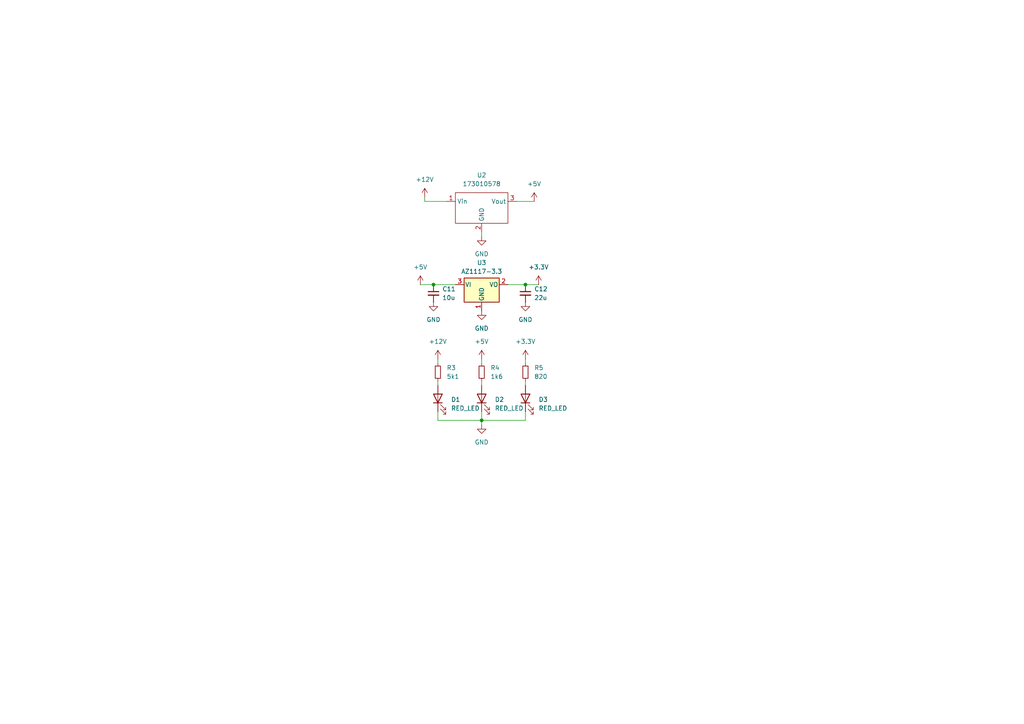
<source format=kicad_sch>
(kicad_sch (version 20250114) (generator "eeschema") (generator_version "9.0")
  (paper "A4")
  (lib_symbols
    (symbol "+5V_1" (power) (pin_numbers (hide yes)) (pin_names (offset 0) (hide yes))
      (property "Value" "+5V" (at 0 3.556 0))
      (symbol "+5V_1_0_1"
        (polyline (pts (xy -0.762 1.27) (xy 0 2.54)))
        (polyline (pts (xy 0 2.54) (xy 0.762 1.27)))
        (polyline (pts (xy 0 0) (xy 0 2.54)))
      )
      (symbol "+5V_1_1_1"
        (pin power_in line (at 0 0 90) (length 0) (name "~") (number "1"))
      )
    )
    (symbol "+5V_2" (power) (pin_numbers (hide yes)) (pin_names (offset 0) (hide yes))
      (property "Value" "+5V" (at 0 3.556 0))
      (symbol "+5V_2_0_1"
        (polyline (pts (xy -0.762 1.27) (xy 0 2.54)))
        (polyline (pts (xy 0 2.54) (xy 0.762 1.27)))
        (polyline (pts (xy 0 0) (xy 0 2.54)))
      )
      (symbol "+5V_2_1_1"
        (pin power_in line (at 0 0 90) (length 0) (name "~") (number "1"))
      )
    )
    (symbol "173010542_1"
      (property "Reference" "U" (at -5.842 5.334 0))
      (property "Value" "173010542" (at 0 0 0))
      (symbol "173010542_1_1_1"
        (rectangle (start -7.62 3.81) (end 7.62 -5.08))
        (pin power_in line (at -10.16 1.27 0) (length 2.54) (name "Vin") (number "1"))
        (pin power_in line (at 0 -7.62 90) (length 2.54) (name "GND") (number "2"))
        (pin power_out line (at 10.16 1.27 180) (length 2.54) (name "Vout") (number "3"))
      )
    )
    (symbol "Device:C_Small" (pin_numbers (hide yes)) (pin_names (offset 0.254) (hide yes))
      (property "Reference" "C" (at 0.254 1.778 0))
      (property "Value" "C_Small" (at 0.254 -2.032 0))
      (symbol "C_Small_0_1"
        (polyline (pts (xy -1.524 0.508) (xy 1.524 0.508)) (stroke (width 0.3048)))
        (polyline (pts (xy -1.524 -0.508) (xy 1.524 -0.508)) (stroke (width 0.3302)))
      )
      (symbol "C_Small_1_1"
        (pin passive line (at 0 2.54 270) (length 2.032) (name "~") (number "1"))
        (pin passive line (at 0 -2.54 90) (length 2.032) (name "~") (number "2"))
      )
    )
    (symbol "Device:R_Small" (pin_numbers (hide yes)) (pin_names (offset 0.254) (hide yes))
      (property "Reference" "R" (at 0.762 0.508 0))
      (property "Value" "R_Small" (at 0.762 -1.016 0))
      (symbol "R_Small_0_1"
        (rectangle (start -0.762 1.778) (end 0.762 -1.778) (stroke (width 0.2032)))
      )
      (symbol "R_Small_1_1"
        (pin passive line (at 0 2.54 270) (length 0.762) (name "~") (number "1"))
        (pin passive line (at 0 -2.54 90) (length 0.762) (name "~") (number "2"))
      )
    )
    (symbol "GND_1" (power) (pin_numbers (hide yes)) (pin_names (offset 0) (hide yes))
      (property "Value" "GND" (at 0 -3.81 0))
      (symbol "GND_1_0_1"
        (polyline (pts (xy 0 0) (xy 0 -1.27) (xy 1.27 -1.27) (xy 0 -2.54) (xy -1.27 -1.27) (xy 0 -1.27)))
      )
      (symbol "GND_1_1_1"
        (pin power_in line (at 0 0 270) (length 0) (name "~") (number "1"))
      )
    )
    (symbol "GND_2" (power) (pin_numbers (hide yes)) (pin_names (offset 0) (hide yes))
      (property "Value" "GND" (at 0 -3.81 0))
      (symbol "GND_2_0_1"
        (polyline (pts (xy 0 0) (xy 0 -1.27) (xy 1.27 -1.27) (xy 0 -2.54) (xy -1.27 -1.27) (xy 0 -1.27)))
      )
      (symbol "GND_2_1_1"
        (pin power_in line (at 0 0 270) (length 0) (name "~") (number "1"))
      )
    )
    (symbol "GND_3" (power) (pin_numbers (hide yes)) (pin_names (offset 0) (hide yes))
      (property "Value" "GND" (at 0 -3.81 0))
      (symbol "GND_3_0_1"
        (polyline (pts (xy 0 0) (xy 0 -1.27) (xy 1.27 -1.27) (xy 0 -2.54) (xy -1.27 -1.27) (xy 0 -1.27)))
      )
      (symbol "GND_3_1_1"
        (pin power_in line (at 0 0 270) (length 0) (name "~") (number "1"))
      )
    )
    (symbol "GND_4" (power) (pin_numbers (hide yes)) (pin_names (offset 0) (hide yes))
      (property "Value" "GND" (at 0 -3.81 0))
      (symbol "GND_4_0_1"
        (polyline (pts (xy 0 0) (xy 0 -1.27) (xy 1.27 -1.27) (xy 0 -2.54) (xy -1.27 -1.27) (xy 0 -1.27)))
      )
      (symbol "GND_4_1_1"
        (pin power_in line (at 0 0 270) (length 0) (name "~") (number "1"))
      )
    )
    (symbol "LED_1" (pin_numbers (hide yes)) (pin_names (offset 1.016) (hide yes))
      (property "Reference" "D" (at 0 2.54 0))
      (property "Value" "LED" (at 0 -2.54 0))
      (symbol "LED_1_0_1"
        (polyline (pts (xy -3.048 -0.762) (xy -4.572 -2.286) (xy -3.81 -2.286) (xy -4.572 -2.286) (xy -4.572 -1.524)))
        (polyline (pts (xy -1.778 -0.762) (xy -3.302 -2.286) (xy -2.54 -2.286) (xy -3.302 -2.286) (xy -3.302 -1.524)))
        (polyline (pts (xy -1.27 0) (xy 1.27 0)))
        (polyline (pts (xy -1.27 -1.27) (xy -1.27 1.27)) (stroke (width 0.254)))
        (polyline (pts (xy 1.27 -1.27) (xy 1.27 1.27) (xy -1.27 0) (xy 1.27 -1.27)) (stroke (width 0.254)))
      )
      (symbol "LED_1_1_1"
        (pin passive line (at -3.81 0 0) (length 2.54) (name "K") (number "1"))
        (pin passive line (at 3.81 0 180) (length 2.54) (name "A") (number "2"))
      )
    )
    (symbol "Regulator_Linear:AZ1117-3.3" (pin_names (offset 0.254))
      (property "Reference" "U" (at -3.81 3.175 0))
      (property "Value" "AZ1117-3.3" (at 0 3.175 0))
      (symbol "AZ1117-3.3_0_1"
        (rectangle (start -5.08 1.905) (end 5.08 -5.08) (stroke (width 0.254)) (fill (type background)))
      )
      (symbol "AZ1117-3.3_1_1"
        (pin power_in line (at -7.62 0 0) (length 2.54) (name "VI") (number "3"))
        (pin power_in line (at 0 -7.62 90) (length 2.54) (name "GND") (number "1"))
        (pin power_out line (at 7.62 0 180) (length 2.54) (name "VO") (number "2"))
      )
    )
    (symbol "power:+12V" (power) (pin_numbers (hide yes)) (pin_names (offset 0) (hide yes))
      (property "Value" "+12V" (at 0 3.556 0))
      (symbol "+12V_0_1"
        (polyline (pts (xy -0.762 1.27) (xy 0 2.54)))
        (polyline (pts (xy 0 2.54) (xy 0.762 1.27)))
        (polyline (pts (xy 0 0) (xy 0 2.54)))
      )
      (symbol "+12V_1_1"
        (pin power_in line (at 0 0 90) (length 0) (name "~") (number "1"))
      )
    )
    (symbol "power:+3.3V" (power) (pin_numbers (hide yes)) (pin_names (offset 0) (hide yes))
      (property "Value" "+3.3V" (at 0 3.556 0))
      (symbol "+3.3V_0_1"
        (polyline (pts (xy -0.762 1.27) (xy 0 2.54)))
        (polyline (pts (xy 0 2.54) (xy 0.762 1.27)))
        (polyline (pts (xy 0 0) (xy 0 2.54)))
      )
      (symbol "+3.3V_1_1"
        (pin power_in line (at 0 0 90) (length 0) (name "~") (number "1"))
      )
    )
    (symbol "power:+5V" (power) (pin_numbers (hide yes)) (pin_names (offset 0) (hide yes))
      (property "Value" "+5V" (at 0 3.556 0))
      (symbol "+5V_0_1"
        (polyline (pts (xy -0.762 1.27) (xy 0 2.54)))
        (polyline (pts (xy 0 2.54) (xy 0.762 1.27)))
        (polyline (pts (xy 0 0) (xy 0 2.54)))
      )
      (symbol "+5V_1_1"
        (pin power_in line (at 0 0 90) (length 0) (name "~") (number "1"))
      )
    )
    (symbol "power:GND" (power) (pin_numbers (hide yes)) (pin_names (offset 0) (hide yes))
      (property "Value" "GND" (at 0 -3.81 0))
      (symbol "GND_0_1"
        (polyline (pts (xy 0 0) (xy 0 -1.27) (xy 1.27 -1.27) (xy 0 -2.54) (xy -1.27 -1.27) (xy 0 -1.27)))
      )
      (symbol "GND_1_1"
        (pin power_in line (at 0 0 270) (length 0) (name "~") (number "1"))
      )
    )
  )
  (junction (at 125.73 82.55))
  (junction (at 152.4 82.55))
  (junction (at 139.7 121.92))
  (wire (pts (xy 139.7 68.58) (xy 139.7 67.31)))
  (wire (pts (xy 121.92 82.55) (xy 125.73 82.55)))
  (wire (pts (xy 125.73 82.55) (xy 132.08 82.55)))
  (wire (pts (xy 123.19 58.42) (xy 129.54 58.42)))
  (wire (pts (xy 152.4 119.38) (xy 152.4 121.92)))
  (wire (pts (xy 139.7 121.92) (xy 127 121.92)))
  (wire (pts (xy 127 104.14) (xy 127 105.41)))
  (wire (pts (xy 139.7 119.38) (xy 139.7 121.92)))
  (wire (pts (xy 139.7 121.92) (xy 152.4 121.92)))
  (wire (pts (xy 152.4 82.55) (xy 156.21 82.55)))
  (wire (pts (xy 152.4 104.14) (xy 152.4 105.41)))
  (wire (pts (xy 123.19 57.15) (xy 123.19 58.42)))
  (wire (pts (xy 139.7 110.49) (xy 139.7 111.76)))
  (wire (pts (xy 152.4 110.49) (xy 152.4 111.76)))
  (wire (pts (xy 139.7 123.19) (xy 139.7 121.92)))
  (wire (pts (xy 147.32 82.55) (xy 152.4 82.55)))
  (wire (pts (xy 149.86 58.42) (xy 154.94 58.42)))
  (wire (pts (xy 127 110.49) (xy 127 111.76)))
  (wire (pts (xy 127 121.92) (xy 127 119.38)))
  (wire (pts (xy 139.7 104.14) (xy 139.7 105.41)))
  (symbol (lib_name "GND_1") (lib_id "power:GND") (at 139.7 68.58 0) (unit 1)
    (property "Reference" "#PWR072" (effects (hide yes)))
    (property "Value" "GND" (at 139.7 73.66 0))
    (property "Description" "Power symbol creates a global label with name \"GND\" , ground" (effects (hide yes)))
  )
  (symbol (lib_id "power:+5V") (at 139.7 104.14 0) (unit 1)
    (property "Reference" "#PWR074" (effects (hide yes)))
    (property "Value" "+5V" (at 139.7 99.06 0))
    (property "Description" "Power symbol creates a global label with name \"+5V\"" (effects (hide yes)))
  )
  (symbol (lib_id "Device:C_Small") (at 152.4 85.09 0) (unit 1)
    (property "Reference" "C12" (at 154.94 83.8263 0) (effects (justify left)))
    (property "Value" "22u" (at 154.94 86.3663 0) (effects (justify left)))
    (property "Footprint" "Capacitor_SMD:C_Elec_5x5.4" (effects (hide yes)))
  )
  (symbol (lib_id "Device:R_Small") (at 127 107.95 0) (unit 1)
    (property "Reference" "R3" (at 129.54 106.6799 0) (effects (justify left)))
    (property "Value" "5k1" (at 129.54 109.2199 0) (effects (justify left)))
    (property "Footprint" "Resistor_SMD:R_0402_1005Metric" (effects (hide yes)))
    (property "Description" "Resistor, small symbol" (effects (hide yes)))
  )
  (symbol (lib_id "Device:R_Small") (at 152.4 107.95 0) (unit 1)
    (property "Reference" "R5" (at 154.94 106.6799 0) (effects (justify left)))
    (property "Value" "820" (at 154.94 109.2199 0) (effects (justify left)))
    (property "Footprint" "Resistor_SMD:R_0402_1005Metric" (effects (hide yes)))
    (property "Description" "Resistor, small symbol" (effects (hide yes)))
  )
  (symbol (lib_id "power:GND") (at 139.7 123.19 0) (unit 1)
    (property "Reference" "#PWR075" (effects (hide yes)))
    (property "Value" "GND" (at 139.7 128.27 0))
    (property "Description" "Power symbol creates a global label with name \"GND\" , ground" (effects (hide yes)))
  )
  (symbol (lib_name "+5V_2") (lib_id "power:+5V") (at 121.92 82.55 0) (unit 1)
    (property "Reference" "#PWR068" (effects (hide yes)))
    (property "Value" "+5V" (at 121.92 77.47 0))
    (property "Description" "Power symbol creates a global label with name \"+5V\"" (effects (hide yes)))
  )
  (symbol (lib_name "GND_2") (lib_id "power:GND") (at 152.4 87.63 0) (unit 1)
    (property "Reference" "#PWR076" (effects (hide yes)))
    (property "Value" "GND" (at 152.4 92.71 0))
    (property "Description" "Power symbol creates a global label with name \"GND\" , ground" (effects (hide yes)))
  )
  (symbol (lib_name "GND_4") (lib_id "power:GND") (at 125.73 87.63 0) (unit 1)
    (property "Reference" "#PWR070" (effects (hide yes)))
    (property "Value" "GND" (at 125.73 92.71 0))
    (property "Description" "Power symbol creates a global label with name \"GND\" , ground" (effects (hide yes)))
  )
  (symbol (lib_name "GND_3") (lib_id "power:GND") (at 139.7 90.17 0) (unit 1)
    (property "Reference" "#PWR073" (effects (hide yes)))
    (property "Value" "GND" (at 139.7 95.25 0))
    (property "Description" "Power symbol creates a global label with name \"GND\" , ground" (effects (hide yes)))
  )
  (symbol (lib_id "power:+3.3V") (at 156.21 82.55 0) (unit 1)
    (property "Reference" "#PWR079" (effects (hide yes)))
    (property "Value" "+3.3V" (at 156.21 77.47 0))
  )
  (symbol (lib_name "LED_1") (lib_id "Device:LED") (at 127 115.57 90) (unit 1)
    (property "Reference" "D1" (at 130.81 115.8874 90) (effects (justify right)))
    (property "Value" "RED_LED" (at 130.81 118.4274 90) (effects (justify right)))
    (property "Footprint" "LED_SMD:LED_0603_1608Metric" (effects (hide yes)))
    (property "Datasheet" "https://www.we-online.com/components/products/datasheet/150060RS55040.pdf" (effects (hide yes)))
    (property "Description" "Light emitting diode" (effects (hide yes)))
    (property "Sim.Pins" "1=K 2=A" (effects (hide yes)))
    (property "MPN" "150060RS55040" (effects (hide yes)))
  )
  (symbol (lib_name "LED_1") (lib_id "Device:LED") (at 152.4 115.57 90) (unit 1)
    (property "Reference" "D3" (at 156.21 115.8874 90) (effects (justify right)))
    (property "Value" "RED_LED" (at 156.21 118.4274 90) (effects (justify right)))
    (property "Footprint" "LED_SMD:LED_0603_1608Metric" (effects (hide yes)))
    (property "Datasheet" "https://www.we-online.com/components/products/datasheet/150060RS55040.pdf" (effects (hide yes)))
    (property "Description" "Light emitting diode" (effects (hide yes)))
    (property "Sim.Pins" "1=K 2=A" (effects (hide yes)))
    (property "MPN" "150060RS55040" (effects (hide yes)))
  )
  (symbol (lib_name "+5V_1") (lib_id "power:+5V") (at 154.94 58.42 0) (unit 1)
    (property "Reference" "#PWR078" (effects (hide yes)))
    (property "Value" "+5V" (at 154.94 53.34 0))
    (property "Description" "Power symbol creates a global label with name \"+5V\"" (effects (hide yes)))
  )
  (symbol (lib_id "Device:C_Small") (at 125.73 85.09 0) (unit 1)
    (property "Reference" "C11" (at 128.27 83.8263 0) (effects (justify left)))
    (property "Value" "10u" (at 128.27 86.3663 0) (effects (justify left)))
    (property "Footprint" "Capacitor_SMD:C_0603_1608Metric" (effects (hide yes)))
  )
  (symbol (lib_id "power:+3.3V") (at 152.4 104.14 0) (unit 1)
    (property "Reference" "#PWR077" (effects (hide yes)))
    (property "Value" "+3.3V" (at 152.4 99.06 0))
  )
  (symbol (lib_id "Regulator_Linear:AZ1117-3.3") (at 139.7 82.55 0) (unit 1)
    (property "Reference" "U3" (at 139.7 76.2 0))
    (property "Value" "AZ1117-3.3" (at 139.7 78.74 0))
    (property "Footprint" "Package_TO_SOT_SMD:SOT-223-3_TabPin2" (effects (hide yes)))
    (property "Datasheet" "https://www.diodes.com/assets/Datasheets/AZ1117.pdf" (effects (hide yes)))
    (property "MPN" "AZ1117CH2-3.3TRG1" (effects (hide yes)))
  )
  (symbol (lib_name "173010542_1") (lib_id "mylib:173010542") (at 139.7 59.69 0) (unit 1)
    (property "Reference" "U2" (at 139.7 50.8 0))
    (property "Value" "173010578" (at 139.7 53.34 0))
    (property "Footprint" "Library:173010542" (effects (hide yes)))
    (property "Datasheet" "https://www.we-online.com/components/products/datasheet/173010578.pdf" (effects (hide yes)))
    (property "Description" "Convertisseurs CC-CC non isolés FDSM THT 5V 1A 8-28V Input" (effects (hide yes)))
    (property "MPN" "173010578" (effects (hide yes)))
  )
  (symbol (lib_id "Device:R_Small") (at 139.7 107.95 0) (unit 1)
    (property "Reference" "R4" (at 142.24 106.6799 0) (effects (justify left)))
    (property "Value" "1k6" (at 142.24 109.2199 0) (effects (justify left)))
    (property "Footprint" "Resistor_SMD:R_0402_1005Metric" (effects (hide yes)))
    (property "Description" "Resistor, small symbol" (effects (hide yes)))
  )
  (symbol (lib_id "power:+12V") (at 127 104.14 0) (unit 1)
    (property "Reference" "#PWR071" (effects (hide yes)))
    (property "Value" "+12V" (at 127 99.06 0))
    (property "Description" "Power symbol creates a global label with name \"+12V\"" (effects (hide yes)))
  )
  (symbol (lib_id "power:+12V") (at 123.19 57.15 0) (unit 1)
    (property "Reference" "#PWR069" (effects (hide yes)))
    (property "Value" "+12V" (at 123.19 52.07 0))
    (property "Description" "Power symbol creates a global label with name \"+12V\"" (effects (hide yes)))
  )
  (symbol (lib_name "LED_1") (lib_id "Device:LED") (at 139.7 115.57 90) (unit 1)
    (property "Reference" "D2" (at 143.51 115.8874 90) (effects (justify right)))
    (property "Value" "RED_LED" (at 143.51 118.4274 90) (effects (justify right)))
    (property "Footprint" "LED_SMD:LED_0603_1608Metric" (effects (hide yes)))
    (property "Datasheet" "https://www.we-online.com/components/products/datasheet/150060RS55040.pdf" (effects (hide yes)))
    (property "Description" "Light emitting diode" (effects (hide yes)))
    (property "Sim.Pins" "1=K 2=A" (effects (hide yes)))
    (property "MPN" "150060RS55040" (effects (hide yes)))
  )
)
</source>
